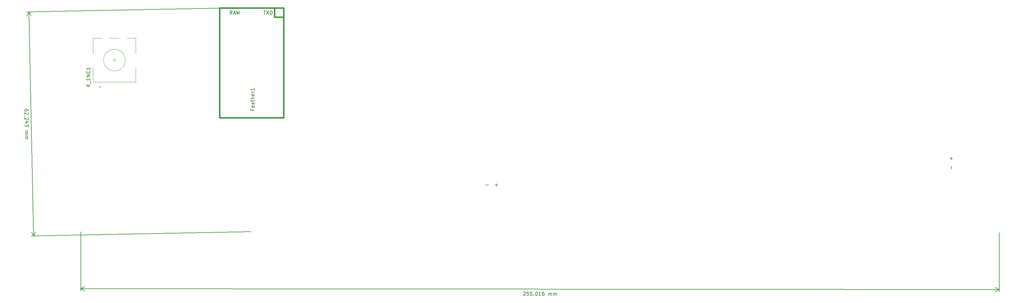
<source format=gto>
G04 #@! TF.GenerationSoftware,KiCad,Pcbnew,(5.1.5)-3*
G04 #@! TF.CreationDate,2020-01-08T01:13:46+02:00*
G04 #@! TF.ProjectId,PRKL30,50524b4c-3330-42e6-9b69-6361645f7063,rev?*
G04 #@! TF.SameCoordinates,Original*
G04 #@! TF.FileFunction,Legend,Top*
G04 #@! TF.FilePolarity,Positive*
%FSLAX46Y46*%
G04 Gerber Fmt 4.6, Leading zero omitted, Abs format (unit mm)*
G04 Created by KiCad (PCBNEW (5.1.5)-3) date 2020-01-08 01:13:46*
%MOMM*%
%LPD*%
G04 APERTURE LIST*
%ADD10C,0.150000*%
%ADD11C,0.381000*%
%ADD12C,0.120000*%
G04 APERTURE END LIST*
D10*
X38000488Y-80766274D02*
X37996602Y-80575837D01*
X37947049Y-80481590D01*
X37898469Y-80434953D01*
X37753698Y-80342649D01*
X37562290Y-80298927D01*
X37181417Y-80306700D01*
X37087170Y-80356252D01*
X37040533Y-80404833D01*
X36994867Y-80501023D01*
X36998753Y-80691459D01*
X37048306Y-80785706D01*
X37096886Y-80832343D01*
X37193076Y-80878009D01*
X37431122Y-80873151D01*
X37525368Y-80823599D01*
X37572006Y-80775018D01*
X37617672Y-80678828D01*
X37613785Y-80488392D01*
X37564233Y-80394145D01*
X37515652Y-80347508D01*
X37419462Y-80301842D01*
X37914986Y-81244308D02*
X37963567Y-81290946D01*
X38013119Y-81385192D01*
X38017977Y-81623238D01*
X37972311Y-81719428D01*
X37925674Y-81768009D01*
X37831427Y-81817561D01*
X37736209Y-81819504D01*
X37592410Y-81774810D01*
X37009441Y-81215160D01*
X37022072Y-81834078D01*
X37126035Y-82260617D02*
X37079397Y-82309198D01*
X37030816Y-82262561D01*
X37077454Y-82213980D01*
X37126035Y-82260617D01*
X37030816Y-82262561D01*
X37944135Y-82672582D02*
X37992715Y-82719220D01*
X38042268Y-82813466D01*
X38047126Y-83051512D01*
X38001460Y-83147702D01*
X37954822Y-83196283D01*
X37860576Y-83245835D01*
X37765357Y-83247778D01*
X37621558Y-83203084D01*
X37038589Y-82643434D01*
X37051220Y-83262352D01*
X37735237Y-84105714D02*
X37068709Y-84119317D01*
X38111252Y-83859896D02*
X37392257Y-83636424D01*
X37404888Y-84255343D01*
X38077246Y-84527395D02*
X38089877Y-85146314D01*
X37702202Y-84820823D01*
X37705117Y-84963650D01*
X37659451Y-85059840D01*
X37612814Y-85108421D01*
X37518567Y-85157973D01*
X37280521Y-85162831D01*
X37184332Y-85117165D01*
X37135751Y-85070528D01*
X37086198Y-84976281D01*
X37080369Y-84690627D01*
X37126035Y-84594437D01*
X37172672Y-84545856D01*
X37114375Y-86356946D02*
X37780903Y-86343344D01*
X37685685Y-86345287D02*
X37734266Y-86391924D01*
X37783818Y-86486171D01*
X37786733Y-86628998D01*
X37741067Y-86725188D01*
X37646820Y-86774741D01*
X37123120Y-86785428D01*
X37646820Y-86774741D02*
X37743010Y-86820407D01*
X37792563Y-86914653D01*
X37795477Y-87057481D01*
X37749812Y-87153670D01*
X37655565Y-87203223D01*
X37131864Y-87213911D01*
X37141581Y-87690002D02*
X37808108Y-87676399D01*
X37712890Y-87678343D02*
X37761471Y-87724980D01*
X37811023Y-87819227D01*
X37813938Y-87962054D01*
X37768272Y-88058244D01*
X37674026Y-88107796D01*
X37150325Y-88118484D01*
X37674026Y-88107796D02*
X37770215Y-88153462D01*
X37819768Y-88247709D01*
X37822683Y-88390536D01*
X37777017Y-88486726D01*
X37682770Y-88536279D01*
X37159070Y-88546966D01*
X38192527Y-53301826D02*
X39462527Y-115531826D01*
X98552000Y-52070000D02*
X37606229Y-53313791D01*
X99822000Y-114300000D02*
X38876229Y-115543791D01*
X39462527Y-115531826D02*
X38853243Y-114417522D01*
X39462527Y-115531826D02*
X40025841Y-114393591D01*
X38192527Y-53301826D02*
X37629213Y-54440061D01*
X38192527Y-53301826D02*
X38801811Y-54416130D01*
X175450294Y-131149554D02*
X175497960Y-131101983D01*
X175593246Y-131054458D01*
X175831341Y-131054696D01*
X175926531Y-131102409D01*
X175974103Y-131150076D01*
X176021627Y-131245361D01*
X176021532Y-131340599D01*
X175973771Y-131483409D01*
X175401774Y-132054268D01*
X176020821Y-132054885D01*
X176926578Y-131055786D02*
X176450388Y-131055312D01*
X176402295Y-131531455D01*
X176449961Y-131483883D01*
X176545247Y-131436359D01*
X176783342Y-131436596D01*
X176878532Y-131484310D01*
X176926104Y-131531977D01*
X176973628Y-131627262D01*
X176973391Y-131865357D01*
X176925677Y-131960548D01*
X176878011Y-132008119D01*
X176782725Y-132055644D01*
X176544630Y-132055406D01*
X176449440Y-132007693D01*
X176401868Y-131960026D01*
X177878959Y-131056735D02*
X177402769Y-131056261D01*
X177354675Y-131532403D01*
X177402342Y-131484832D01*
X177497627Y-131437308D01*
X177735722Y-131437545D01*
X177830913Y-131485259D01*
X177878485Y-131532925D01*
X177926009Y-131628211D01*
X177925772Y-131866306D01*
X177878058Y-131961496D01*
X177830391Y-132009068D01*
X177735106Y-132056592D01*
X177497011Y-132056355D01*
X177401820Y-132008641D01*
X177354248Y-131960975D01*
X178354248Y-131961971D02*
X178401820Y-132009637D01*
X178354153Y-132057209D01*
X178306581Y-132009542D01*
X178354248Y-131961971D01*
X178354153Y-132057209D01*
X179021815Y-131057873D02*
X179117053Y-131057968D01*
X179212244Y-131105682D01*
X179259816Y-131153348D01*
X179307340Y-131248634D01*
X179354769Y-131439157D01*
X179354532Y-131677253D01*
X179306723Y-131867681D01*
X179259009Y-131962872D01*
X179211343Y-132010443D01*
X179116057Y-132057968D01*
X179020819Y-132057873D01*
X178925629Y-132010159D01*
X178878057Y-131962492D01*
X178830533Y-131867207D01*
X178783104Y-131676683D01*
X178783341Y-131438588D01*
X178831150Y-131248160D01*
X178878863Y-131152969D01*
X178926530Y-131105397D01*
X179021815Y-131057873D01*
X180306533Y-132059153D02*
X179735105Y-132058584D01*
X180020819Y-132058869D02*
X180021815Y-131058869D01*
X179926435Y-131201632D01*
X179831102Y-131296775D01*
X179735816Y-131344299D01*
X181164671Y-131060008D02*
X180974195Y-131059818D01*
X180878910Y-131107342D01*
X180831243Y-131154914D01*
X180735863Y-131297676D01*
X180688054Y-131488105D01*
X180687675Y-131869057D01*
X180735199Y-131964342D01*
X180782771Y-132012009D01*
X180877961Y-132059723D01*
X181068437Y-132059912D01*
X181163723Y-132012388D01*
X181211389Y-131964816D01*
X181259103Y-131869626D01*
X181259340Y-131631531D01*
X181211816Y-131536245D01*
X181164245Y-131488579D01*
X181069054Y-131440865D01*
X180878578Y-131440675D01*
X180783292Y-131488199D01*
X180735626Y-131535771D01*
X180687912Y-131630962D01*
X182449389Y-132061288D02*
X182450053Y-131394621D01*
X182449958Y-131489859D02*
X182497625Y-131442288D01*
X182592910Y-131394764D01*
X182735767Y-131394906D01*
X182830958Y-131442620D01*
X182878482Y-131537905D01*
X182877960Y-132061715D01*
X182878482Y-131537905D02*
X182926196Y-131442715D01*
X183021481Y-131395191D01*
X183164338Y-131395333D01*
X183259529Y-131443047D01*
X183307053Y-131538332D01*
X183306532Y-132062141D01*
X183782722Y-132062616D02*
X183783386Y-131395949D01*
X183783291Y-131491187D02*
X183830957Y-131443616D01*
X183926243Y-131396092D01*
X184069100Y-131396234D01*
X184164291Y-131443948D01*
X184211815Y-131539233D01*
X184211293Y-132063043D01*
X184211815Y-131539233D02*
X184259529Y-131444043D01*
X184354814Y-131396519D01*
X184497671Y-131396661D01*
X184592862Y-131444375D01*
X184640386Y-131539660D01*
X184639864Y-132063469D01*
X52562184Y-130179537D02*
X307578184Y-130433537D01*
X52578000Y-114300000D02*
X52561600Y-130765958D01*
X307594000Y-114554000D02*
X307577600Y-131019958D01*
X307578184Y-130433537D02*
X306451097Y-131018835D01*
X307578184Y-130433537D02*
X306452265Y-129845995D01*
X52562184Y-130179537D02*
X53688103Y-130767079D01*
X52562184Y-130179537D02*
X53689271Y-129594239D01*
D11*
X106350000Y-54700000D02*
X108890000Y-54700000D01*
X106350000Y-52160000D02*
X106350000Y-54700000D01*
X91110000Y-82640000D02*
X91110000Y-52160000D01*
X108890000Y-82640000D02*
X91110000Y-82640000D01*
X108890000Y-52160000D02*
X108890000Y-82640000D01*
X91110000Y-52160000D02*
X108890000Y-52160000D01*
D12*
X64912500Y-66675000D02*
G75*
G03X64912500Y-66675000I-3000000J0D01*
G01*
X56012500Y-64675000D02*
X56012500Y-60575000D01*
X67812500Y-60575000D02*
X67812500Y-64675000D01*
X67812500Y-68675000D02*
X67812500Y-72775000D01*
X56012500Y-68675000D02*
X56012500Y-72775000D01*
X56012500Y-72775000D02*
X67812500Y-72775000D01*
X58112500Y-74175000D02*
X57812500Y-74475000D01*
X57812500Y-74475000D02*
X57812500Y-73875000D01*
X57812500Y-73875000D02*
X58112500Y-74175000D01*
X56012500Y-60575000D02*
X58412500Y-60575000D01*
X60612500Y-60575000D02*
X63212500Y-60575000D01*
X65412500Y-60575000D02*
X67812500Y-60575000D01*
X61412500Y-66675000D02*
X62412500Y-66675000D01*
X61912500Y-67175000D02*
X61912500Y-66175000D01*
D10*
X100228571Y-80290476D02*
X100228571Y-80623809D01*
X100752380Y-80623809D02*
X99752380Y-80623809D01*
X99752380Y-80147619D01*
X100704761Y-79385714D02*
X100752380Y-79480952D01*
X100752380Y-79671428D01*
X100704761Y-79766666D01*
X100609523Y-79814285D01*
X100228571Y-79814285D01*
X100133333Y-79766666D01*
X100085714Y-79671428D01*
X100085714Y-79480952D01*
X100133333Y-79385714D01*
X100228571Y-79338095D01*
X100323809Y-79338095D01*
X100419047Y-79814285D01*
X100752380Y-78480952D02*
X100228571Y-78480952D01*
X100133333Y-78528571D01*
X100085714Y-78623809D01*
X100085714Y-78814285D01*
X100133333Y-78909523D01*
X100704761Y-78480952D02*
X100752380Y-78576190D01*
X100752380Y-78814285D01*
X100704761Y-78909523D01*
X100609523Y-78957142D01*
X100514285Y-78957142D01*
X100419047Y-78909523D01*
X100371428Y-78814285D01*
X100371428Y-78576190D01*
X100323809Y-78480952D01*
X100085714Y-78147619D02*
X100085714Y-77766666D01*
X99752380Y-78004761D02*
X100609523Y-78004761D01*
X100704761Y-77957142D01*
X100752380Y-77861904D01*
X100752380Y-77766666D01*
X100752380Y-77433333D02*
X99752380Y-77433333D01*
X100752380Y-77004761D02*
X100228571Y-77004761D01*
X100133333Y-77052380D01*
X100085714Y-77147619D01*
X100085714Y-77290476D01*
X100133333Y-77385714D01*
X100180952Y-77433333D01*
X100704761Y-76147619D02*
X100752380Y-76242857D01*
X100752380Y-76433333D01*
X100704761Y-76528571D01*
X100609523Y-76576190D01*
X100228571Y-76576190D01*
X100133333Y-76528571D01*
X100085714Y-76433333D01*
X100085714Y-76242857D01*
X100133333Y-76147619D01*
X100228571Y-76100000D01*
X100323809Y-76100000D01*
X100419047Y-76576190D01*
X100752380Y-75671428D02*
X100085714Y-75671428D01*
X100276190Y-75671428D02*
X100180952Y-75623809D01*
X100133333Y-75576190D01*
X100085714Y-75480952D01*
X100085714Y-75385714D01*
X100752380Y-74528571D02*
X100752380Y-75100000D01*
X100752380Y-74814285D02*
X99752380Y-74814285D01*
X99895238Y-74909523D01*
X99990476Y-75004761D01*
X100038095Y-75100000D01*
X94609523Y-53952380D02*
X94276190Y-53476190D01*
X94038095Y-53952380D02*
X94038095Y-52952380D01*
X94419047Y-52952380D01*
X94514285Y-53000000D01*
X94561904Y-53047619D01*
X94609523Y-53142857D01*
X94609523Y-53285714D01*
X94561904Y-53380952D01*
X94514285Y-53428571D01*
X94419047Y-53476190D01*
X94038095Y-53476190D01*
X94990476Y-53666666D02*
X95466666Y-53666666D01*
X94895238Y-53952380D02*
X95228571Y-52952380D01*
X95561904Y-53952380D01*
X95800000Y-52952380D02*
X96038095Y-53952380D01*
X96228571Y-53238095D01*
X96419047Y-53952380D01*
X96657142Y-52952380D01*
X103361904Y-52952380D02*
X103933333Y-52952380D01*
X103647619Y-53952380D02*
X103647619Y-52952380D01*
X104171428Y-52952380D02*
X104838095Y-53952380D01*
X104838095Y-52952380D02*
X104171428Y-53952380D01*
X105409523Y-52952380D02*
X105504761Y-52952380D01*
X105600000Y-53000000D01*
X105647619Y-53047619D01*
X105695238Y-53142857D01*
X105742857Y-53333333D01*
X105742857Y-53571428D01*
X105695238Y-53761904D01*
X105647619Y-53857142D01*
X105600000Y-53904761D01*
X105504761Y-53952380D01*
X105409523Y-53952380D01*
X105314285Y-53904761D01*
X105266666Y-53857142D01*
X105219047Y-53761904D01*
X105171428Y-53571428D01*
X105171428Y-53333333D01*
X105219047Y-53142857D01*
X105266666Y-53047619D01*
X105314285Y-53000000D01*
X105409523Y-52952380D01*
X167577047Y-101346428D02*
X168338952Y-101346428D01*
X167958000Y-101727380D02*
X167958000Y-100965476D01*
X165037047Y-101346428D02*
X165798952Y-101346428D01*
X55164880Y-73970238D02*
X54164880Y-73970238D01*
X55164880Y-73398809D02*
X54593452Y-73827380D01*
X54164880Y-73398809D02*
X54736309Y-73970238D01*
X55260119Y-73208333D02*
X55260119Y-72446428D01*
X54641071Y-72208333D02*
X54641071Y-71875000D01*
X55164880Y-71732142D02*
X55164880Y-72208333D01*
X54164880Y-72208333D01*
X54164880Y-71732142D01*
X55164880Y-71303571D02*
X54164880Y-71303571D01*
X55164880Y-70732142D01*
X54164880Y-70732142D01*
X55069642Y-69684523D02*
X55117261Y-69732142D01*
X55164880Y-69875000D01*
X55164880Y-69970238D01*
X55117261Y-70113095D01*
X55022023Y-70208333D01*
X54926785Y-70255952D01*
X54736309Y-70303571D01*
X54593452Y-70303571D01*
X54402976Y-70255952D01*
X54307738Y-70208333D01*
X54212500Y-70113095D01*
X54164880Y-69970238D01*
X54164880Y-69875000D01*
X54212500Y-69732142D01*
X54260119Y-69684523D01*
X55164880Y-68732142D02*
X55164880Y-69303571D01*
X55164880Y-69017857D02*
X54164880Y-69017857D01*
X54307738Y-69113095D01*
X54402976Y-69208333D01*
X54450595Y-69303571D01*
X294271428Y-94360952D02*
X294271428Y-93599047D01*
X294652380Y-93980000D02*
X293890476Y-93980000D01*
X294271428Y-96900952D02*
X294271428Y-96139047D01*
M02*

</source>
